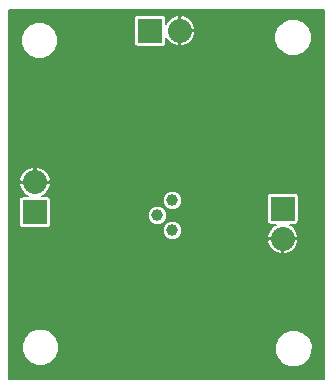
<source format=gbl>
G04 #@! TF.FileFunction,Copper,L2,Bot,Signal*
%FSLAX46Y46*%
G04 Gerber Fmt 4.6, Leading zero omitted, Abs format (unit mm)*
G04 Created by KiCad (PCBNEW 0.201505220134+5676~23~ubuntu14.04.1-product) date Thu 10 Sep 2015 12:30:41 AM PDT*
%MOMM*%
G01*
G04 APERTURE LIST*
%ADD10C,0.100000*%
%ADD11R,2.032000X2.032000*%
%ADD12O,2.032000X2.032000*%
%ADD13C,1.000760*%
%ADD14C,0.685800*%
%ADD15C,0.152400*%
G04 APERTURE END LIST*
D10*
D11*
X158559500Y-109474000D03*
D12*
X158559500Y-106934000D03*
D11*
X168275000Y-94107000D03*
D12*
X170815000Y-94107000D03*
D11*
X179527200Y-109169200D03*
D12*
X179527200Y-111709200D03*
D13*
X168910000Y-109728000D03*
X170180000Y-108458000D03*
X170180000Y-110998000D03*
D14*
X165735000Y-117919500D03*
X171259500Y-121856500D03*
X166624000Y-103632000D03*
D15*
G36*
X183007800Y-123571800D02*
X182047474Y-123571800D01*
X182047474Y-120718058D01*
X181983974Y-120564376D01*
X181983974Y-94365558D01*
X181743910Y-93784558D01*
X181299780Y-93339653D01*
X180719200Y-93098575D01*
X180090558Y-93098026D01*
X179509558Y-93338090D01*
X179064653Y-93782220D01*
X178823575Y-94362800D01*
X178823026Y-94991442D01*
X179063090Y-95572442D01*
X179507220Y-96017347D01*
X180087800Y-96258425D01*
X180716442Y-96258974D01*
X181297442Y-96018910D01*
X181742347Y-95574780D01*
X181983425Y-94994200D01*
X181983974Y-94365558D01*
X181983974Y-120564376D01*
X181807410Y-120137058D01*
X181363280Y-119692153D01*
X180879869Y-119491423D01*
X180879869Y-110185200D01*
X180879869Y-108153200D01*
X180855441Y-108027296D01*
X180782750Y-107916638D01*
X180673013Y-107842564D01*
X180543200Y-107816531D01*
X178511200Y-107816531D01*
X178385296Y-107840959D01*
X178274638Y-107913650D01*
X178200564Y-108023387D01*
X178174531Y-108153200D01*
X178174531Y-110185200D01*
X178198959Y-110311104D01*
X178271650Y-110421762D01*
X178381387Y-110495836D01*
X178511200Y-110521869D01*
X178943120Y-110521869D01*
X178780998Y-110588733D01*
X178409015Y-110959583D01*
X178207266Y-111444555D01*
X178206468Y-111448583D01*
X178264572Y-111658400D01*
X179476400Y-111658400D01*
X179476400Y-111638400D01*
X179578000Y-111638400D01*
X179578000Y-111658400D01*
X180789828Y-111658400D01*
X180847932Y-111448583D01*
X180847134Y-111444555D01*
X180645385Y-110959583D01*
X180273402Y-110588733D01*
X180111279Y-110521869D01*
X180543200Y-110521869D01*
X180669104Y-110497441D01*
X180779762Y-110424750D01*
X180853836Y-110315013D01*
X180879869Y-110185200D01*
X180879869Y-119491423D01*
X180847932Y-119478161D01*
X180847932Y-111969817D01*
X180789828Y-111760000D01*
X179578000Y-111760000D01*
X179578000Y-112971895D01*
X179787817Y-113029936D01*
X180273402Y-112829667D01*
X180645385Y-112458817D01*
X180847134Y-111973845D01*
X180847932Y-111969817D01*
X180847932Y-119478161D01*
X180782700Y-119451075D01*
X180154058Y-119450526D01*
X179573058Y-119690590D01*
X179476400Y-119787079D01*
X179476400Y-112971895D01*
X179476400Y-111760000D01*
X178264572Y-111760000D01*
X178206468Y-111969817D01*
X178207266Y-111973845D01*
X178409015Y-112458817D01*
X178780998Y-112829667D01*
X179266583Y-113029936D01*
X179476400Y-112971895D01*
X179476400Y-119787079D01*
X179128153Y-120134720D01*
X178887075Y-120715300D01*
X178886526Y-121343942D01*
X179126590Y-121924942D01*
X179570720Y-122369847D01*
X180151300Y-122610925D01*
X180779942Y-122611474D01*
X181360942Y-122371410D01*
X181805847Y-121927280D01*
X182046925Y-121346700D01*
X182047474Y-120718058D01*
X182047474Y-123571800D01*
X172135736Y-123571800D01*
X172135736Y-94367617D01*
X172135736Y-93846383D01*
X171935467Y-93360798D01*
X171564617Y-92988815D01*
X171079645Y-92787066D01*
X171075617Y-92786268D01*
X170865800Y-92844372D01*
X170865800Y-94056200D01*
X172077695Y-94056200D01*
X172135736Y-93846383D01*
X172135736Y-94367617D01*
X172077695Y-94157800D01*
X170865800Y-94157800D01*
X170865800Y-95369628D01*
X171075617Y-95427732D01*
X171079645Y-95426934D01*
X171564617Y-95225185D01*
X171935467Y-94853202D01*
X172135736Y-94367617D01*
X172135736Y-123571800D01*
X171010724Y-123571800D01*
X171010724Y-110833512D01*
X171010724Y-108293512D01*
X170884542Y-107988129D01*
X170764200Y-107867576D01*
X170764200Y-95369628D01*
X170764200Y-94157800D01*
X170744200Y-94157800D01*
X170744200Y-94056200D01*
X170764200Y-94056200D01*
X170764200Y-92844372D01*
X170554383Y-92786268D01*
X170550355Y-92787066D01*
X170065383Y-92988815D01*
X169694533Y-93360798D01*
X169627669Y-93522920D01*
X169627669Y-93091000D01*
X169603241Y-92965096D01*
X169530550Y-92854438D01*
X169420813Y-92780364D01*
X169291000Y-92754331D01*
X167259000Y-92754331D01*
X167133096Y-92778759D01*
X167022438Y-92851450D01*
X166948364Y-92961187D01*
X166922331Y-93091000D01*
X166922331Y-95123000D01*
X166946759Y-95248904D01*
X167019450Y-95359562D01*
X167129187Y-95433636D01*
X167259000Y-95459669D01*
X169291000Y-95459669D01*
X169416904Y-95435241D01*
X169527562Y-95362550D01*
X169601636Y-95252813D01*
X169627669Y-95123000D01*
X169627669Y-94691079D01*
X169694533Y-94853202D01*
X170065383Y-95225185D01*
X170550355Y-95426934D01*
X170554383Y-95427732D01*
X170764200Y-95369628D01*
X170764200Y-107867576D01*
X170651100Y-107754279D01*
X170345937Y-107627565D01*
X170015512Y-107627276D01*
X169710129Y-107753458D01*
X169476279Y-107986900D01*
X169349565Y-108292063D01*
X169349276Y-108622488D01*
X169475458Y-108927871D01*
X169708900Y-109161721D01*
X170014063Y-109288435D01*
X170344488Y-109288724D01*
X170649871Y-109162542D01*
X170883721Y-108929100D01*
X171010435Y-108623937D01*
X171010724Y-108293512D01*
X171010724Y-110833512D01*
X170884542Y-110528129D01*
X170651100Y-110294279D01*
X170345937Y-110167565D01*
X170015512Y-110167276D01*
X169740724Y-110280816D01*
X169740724Y-109563512D01*
X169614542Y-109258129D01*
X169381100Y-109024279D01*
X169075937Y-108897565D01*
X168745512Y-108897276D01*
X168440129Y-109023458D01*
X168206279Y-109256900D01*
X168079565Y-109562063D01*
X168079276Y-109892488D01*
X168205458Y-110197871D01*
X168438900Y-110431721D01*
X168744063Y-110558435D01*
X169074488Y-110558724D01*
X169379871Y-110432542D01*
X169613721Y-110199100D01*
X169740435Y-109893937D01*
X169740724Y-109563512D01*
X169740724Y-110280816D01*
X169710129Y-110293458D01*
X169476279Y-110526900D01*
X169349565Y-110832063D01*
X169349276Y-111162488D01*
X169475458Y-111467871D01*
X169708900Y-111701721D01*
X170014063Y-111828435D01*
X170344488Y-111828724D01*
X170649871Y-111702542D01*
X170883721Y-111469100D01*
X171010435Y-111163937D01*
X171010724Y-110833512D01*
X171010724Y-123571800D01*
X160584474Y-123571800D01*
X160584474Y-120591058D01*
X160520974Y-120437376D01*
X160520974Y-94619558D01*
X160280910Y-94038558D01*
X159836780Y-93593653D01*
X159256200Y-93352575D01*
X158627558Y-93352026D01*
X158046558Y-93592090D01*
X157601653Y-94036220D01*
X157360575Y-94616800D01*
X157360026Y-95245442D01*
X157600090Y-95826442D01*
X158044220Y-96271347D01*
X158624800Y-96512425D01*
X159253442Y-96512974D01*
X159834442Y-96272910D01*
X160279347Y-95828780D01*
X160520425Y-95248200D01*
X160520974Y-94619558D01*
X160520974Y-120437376D01*
X160344410Y-120010058D01*
X159912169Y-119577062D01*
X159912169Y-110490000D01*
X159912169Y-108458000D01*
X159887741Y-108332096D01*
X159815050Y-108221438D01*
X159705313Y-108147364D01*
X159575500Y-108121331D01*
X159143579Y-108121331D01*
X159305702Y-108054467D01*
X159677685Y-107683617D01*
X159879434Y-107198645D01*
X159880232Y-107194617D01*
X159880232Y-106673383D01*
X159879434Y-106669355D01*
X159677685Y-106184383D01*
X159305702Y-105813533D01*
X158820117Y-105613264D01*
X158610300Y-105671305D01*
X158610300Y-106883200D01*
X159822128Y-106883200D01*
X159880232Y-106673383D01*
X159880232Y-107194617D01*
X159822128Y-106984800D01*
X158610300Y-106984800D01*
X158610300Y-107004800D01*
X158508700Y-107004800D01*
X158508700Y-106984800D01*
X158508700Y-106883200D01*
X158508700Y-105671305D01*
X158298883Y-105613264D01*
X157813298Y-105813533D01*
X157441315Y-106184383D01*
X157239566Y-106669355D01*
X157238768Y-106673383D01*
X157296872Y-106883200D01*
X158508700Y-106883200D01*
X158508700Y-106984800D01*
X157296872Y-106984800D01*
X157238768Y-107194617D01*
X157239566Y-107198645D01*
X157441315Y-107683617D01*
X157813298Y-108054467D01*
X157975420Y-108121331D01*
X157543500Y-108121331D01*
X157417596Y-108145759D01*
X157306938Y-108218450D01*
X157232864Y-108328187D01*
X157206831Y-108458000D01*
X157206831Y-110490000D01*
X157231259Y-110615904D01*
X157303950Y-110726562D01*
X157413687Y-110800636D01*
X157543500Y-110826669D01*
X159575500Y-110826669D01*
X159701404Y-110802241D01*
X159812062Y-110729550D01*
X159886136Y-110619813D01*
X159912169Y-110490000D01*
X159912169Y-119577062D01*
X159900280Y-119565153D01*
X159319700Y-119324075D01*
X158691058Y-119323526D01*
X158110058Y-119563590D01*
X157665153Y-120007720D01*
X157424075Y-120588300D01*
X157423526Y-121216942D01*
X157663590Y-121797942D01*
X158107720Y-122242847D01*
X158688300Y-122483925D01*
X159316942Y-122484474D01*
X159897942Y-122244410D01*
X160342847Y-121800280D01*
X160583925Y-121219700D01*
X160584474Y-120591058D01*
X160584474Y-123571800D01*
X156336200Y-123571800D01*
X156336200Y-92328200D01*
X183007800Y-92328200D01*
X183007800Y-123571800D01*
X183007800Y-123571800D01*
G37*
X183007800Y-123571800D02*
X182047474Y-123571800D01*
X182047474Y-120718058D01*
X181983974Y-120564376D01*
X181983974Y-94365558D01*
X181743910Y-93784558D01*
X181299780Y-93339653D01*
X180719200Y-93098575D01*
X180090558Y-93098026D01*
X179509558Y-93338090D01*
X179064653Y-93782220D01*
X178823575Y-94362800D01*
X178823026Y-94991442D01*
X179063090Y-95572442D01*
X179507220Y-96017347D01*
X180087800Y-96258425D01*
X180716442Y-96258974D01*
X181297442Y-96018910D01*
X181742347Y-95574780D01*
X181983425Y-94994200D01*
X181983974Y-94365558D01*
X181983974Y-120564376D01*
X181807410Y-120137058D01*
X181363280Y-119692153D01*
X180879869Y-119491423D01*
X180879869Y-110185200D01*
X180879869Y-108153200D01*
X180855441Y-108027296D01*
X180782750Y-107916638D01*
X180673013Y-107842564D01*
X180543200Y-107816531D01*
X178511200Y-107816531D01*
X178385296Y-107840959D01*
X178274638Y-107913650D01*
X178200564Y-108023387D01*
X178174531Y-108153200D01*
X178174531Y-110185200D01*
X178198959Y-110311104D01*
X178271650Y-110421762D01*
X178381387Y-110495836D01*
X178511200Y-110521869D01*
X178943120Y-110521869D01*
X178780998Y-110588733D01*
X178409015Y-110959583D01*
X178207266Y-111444555D01*
X178206468Y-111448583D01*
X178264572Y-111658400D01*
X179476400Y-111658400D01*
X179476400Y-111638400D01*
X179578000Y-111638400D01*
X179578000Y-111658400D01*
X180789828Y-111658400D01*
X180847932Y-111448583D01*
X180847134Y-111444555D01*
X180645385Y-110959583D01*
X180273402Y-110588733D01*
X180111279Y-110521869D01*
X180543200Y-110521869D01*
X180669104Y-110497441D01*
X180779762Y-110424750D01*
X180853836Y-110315013D01*
X180879869Y-110185200D01*
X180879869Y-119491423D01*
X180847932Y-119478161D01*
X180847932Y-111969817D01*
X180789828Y-111760000D01*
X179578000Y-111760000D01*
X179578000Y-112971895D01*
X179787817Y-113029936D01*
X180273402Y-112829667D01*
X180645385Y-112458817D01*
X180847134Y-111973845D01*
X180847932Y-111969817D01*
X180847932Y-119478161D01*
X180782700Y-119451075D01*
X180154058Y-119450526D01*
X179573058Y-119690590D01*
X179476400Y-119787079D01*
X179476400Y-112971895D01*
X179476400Y-111760000D01*
X178264572Y-111760000D01*
X178206468Y-111969817D01*
X178207266Y-111973845D01*
X178409015Y-112458817D01*
X178780998Y-112829667D01*
X179266583Y-113029936D01*
X179476400Y-112971895D01*
X179476400Y-119787079D01*
X179128153Y-120134720D01*
X178887075Y-120715300D01*
X178886526Y-121343942D01*
X179126590Y-121924942D01*
X179570720Y-122369847D01*
X180151300Y-122610925D01*
X180779942Y-122611474D01*
X181360942Y-122371410D01*
X181805847Y-121927280D01*
X182046925Y-121346700D01*
X182047474Y-120718058D01*
X182047474Y-123571800D01*
X172135736Y-123571800D01*
X172135736Y-94367617D01*
X172135736Y-93846383D01*
X171935467Y-93360798D01*
X171564617Y-92988815D01*
X171079645Y-92787066D01*
X171075617Y-92786268D01*
X170865800Y-92844372D01*
X170865800Y-94056200D01*
X172077695Y-94056200D01*
X172135736Y-93846383D01*
X172135736Y-94367617D01*
X172077695Y-94157800D01*
X170865800Y-94157800D01*
X170865800Y-95369628D01*
X171075617Y-95427732D01*
X171079645Y-95426934D01*
X171564617Y-95225185D01*
X171935467Y-94853202D01*
X172135736Y-94367617D01*
X172135736Y-123571800D01*
X171010724Y-123571800D01*
X171010724Y-110833512D01*
X171010724Y-108293512D01*
X170884542Y-107988129D01*
X170764200Y-107867576D01*
X170764200Y-95369628D01*
X170764200Y-94157800D01*
X170744200Y-94157800D01*
X170744200Y-94056200D01*
X170764200Y-94056200D01*
X170764200Y-92844372D01*
X170554383Y-92786268D01*
X170550355Y-92787066D01*
X170065383Y-92988815D01*
X169694533Y-93360798D01*
X169627669Y-93522920D01*
X169627669Y-93091000D01*
X169603241Y-92965096D01*
X169530550Y-92854438D01*
X169420813Y-92780364D01*
X169291000Y-92754331D01*
X167259000Y-92754331D01*
X167133096Y-92778759D01*
X167022438Y-92851450D01*
X166948364Y-92961187D01*
X166922331Y-93091000D01*
X166922331Y-95123000D01*
X166946759Y-95248904D01*
X167019450Y-95359562D01*
X167129187Y-95433636D01*
X167259000Y-95459669D01*
X169291000Y-95459669D01*
X169416904Y-95435241D01*
X169527562Y-95362550D01*
X169601636Y-95252813D01*
X169627669Y-95123000D01*
X169627669Y-94691079D01*
X169694533Y-94853202D01*
X170065383Y-95225185D01*
X170550355Y-95426934D01*
X170554383Y-95427732D01*
X170764200Y-95369628D01*
X170764200Y-107867576D01*
X170651100Y-107754279D01*
X170345937Y-107627565D01*
X170015512Y-107627276D01*
X169710129Y-107753458D01*
X169476279Y-107986900D01*
X169349565Y-108292063D01*
X169349276Y-108622488D01*
X169475458Y-108927871D01*
X169708900Y-109161721D01*
X170014063Y-109288435D01*
X170344488Y-109288724D01*
X170649871Y-109162542D01*
X170883721Y-108929100D01*
X171010435Y-108623937D01*
X171010724Y-108293512D01*
X171010724Y-110833512D01*
X170884542Y-110528129D01*
X170651100Y-110294279D01*
X170345937Y-110167565D01*
X170015512Y-110167276D01*
X169740724Y-110280816D01*
X169740724Y-109563512D01*
X169614542Y-109258129D01*
X169381100Y-109024279D01*
X169075937Y-108897565D01*
X168745512Y-108897276D01*
X168440129Y-109023458D01*
X168206279Y-109256900D01*
X168079565Y-109562063D01*
X168079276Y-109892488D01*
X168205458Y-110197871D01*
X168438900Y-110431721D01*
X168744063Y-110558435D01*
X169074488Y-110558724D01*
X169379871Y-110432542D01*
X169613721Y-110199100D01*
X169740435Y-109893937D01*
X169740724Y-109563512D01*
X169740724Y-110280816D01*
X169710129Y-110293458D01*
X169476279Y-110526900D01*
X169349565Y-110832063D01*
X169349276Y-111162488D01*
X169475458Y-111467871D01*
X169708900Y-111701721D01*
X170014063Y-111828435D01*
X170344488Y-111828724D01*
X170649871Y-111702542D01*
X170883721Y-111469100D01*
X171010435Y-111163937D01*
X171010724Y-110833512D01*
X171010724Y-123571800D01*
X160584474Y-123571800D01*
X160584474Y-120591058D01*
X160520974Y-120437376D01*
X160520974Y-94619558D01*
X160280910Y-94038558D01*
X159836780Y-93593653D01*
X159256200Y-93352575D01*
X158627558Y-93352026D01*
X158046558Y-93592090D01*
X157601653Y-94036220D01*
X157360575Y-94616800D01*
X157360026Y-95245442D01*
X157600090Y-95826442D01*
X158044220Y-96271347D01*
X158624800Y-96512425D01*
X159253442Y-96512974D01*
X159834442Y-96272910D01*
X160279347Y-95828780D01*
X160520425Y-95248200D01*
X160520974Y-94619558D01*
X160520974Y-120437376D01*
X160344410Y-120010058D01*
X159912169Y-119577062D01*
X159912169Y-110490000D01*
X159912169Y-108458000D01*
X159887741Y-108332096D01*
X159815050Y-108221438D01*
X159705313Y-108147364D01*
X159575500Y-108121331D01*
X159143579Y-108121331D01*
X159305702Y-108054467D01*
X159677685Y-107683617D01*
X159879434Y-107198645D01*
X159880232Y-107194617D01*
X159880232Y-106673383D01*
X159879434Y-106669355D01*
X159677685Y-106184383D01*
X159305702Y-105813533D01*
X158820117Y-105613264D01*
X158610300Y-105671305D01*
X158610300Y-106883200D01*
X159822128Y-106883200D01*
X159880232Y-106673383D01*
X159880232Y-107194617D01*
X159822128Y-106984800D01*
X158610300Y-106984800D01*
X158610300Y-107004800D01*
X158508700Y-107004800D01*
X158508700Y-106984800D01*
X158508700Y-106883200D01*
X158508700Y-105671305D01*
X158298883Y-105613264D01*
X157813298Y-105813533D01*
X157441315Y-106184383D01*
X157239566Y-106669355D01*
X157238768Y-106673383D01*
X157296872Y-106883200D01*
X158508700Y-106883200D01*
X158508700Y-106984800D01*
X157296872Y-106984800D01*
X157238768Y-107194617D01*
X157239566Y-107198645D01*
X157441315Y-107683617D01*
X157813298Y-108054467D01*
X157975420Y-108121331D01*
X157543500Y-108121331D01*
X157417596Y-108145759D01*
X157306938Y-108218450D01*
X157232864Y-108328187D01*
X157206831Y-108458000D01*
X157206831Y-110490000D01*
X157231259Y-110615904D01*
X157303950Y-110726562D01*
X157413687Y-110800636D01*
X157543500Y-110826669D01*
X159575500Y-110826669D01*
X159701404Y-110802241D01*
X159812062Y-110729550D01*
X159886136Y-110619813D01*
X159912169Y-110490000D01*
X159912169Y-119577062D01*
X159900280Y-119565153D01*
X159319700Y-119324075D01*
X158691058Y-119323526D01*
X158110058Y-119563590D01*
X157665153Y-120007720D01*
X157424075Y-120588300D01*
X157423526Y-121216942D01*
X157663590Y-121797942D01*
X158107720Y-122242847D01*
X158688300Y-122483925D01*
X159316942Y-122484474D01*
X159897942Y-122244410D01*
X160342847Y-121800280D01*
X160583925Y-121219700D01*
X160584474Y-120591058D01*
X160584474Y-123571800D01*
X156336200Y-123571800D01*
X156336200Y-92328200D01*
X183007800Y-92328200D01*
X183007800Y-123571800D01*
M02*

</source>
